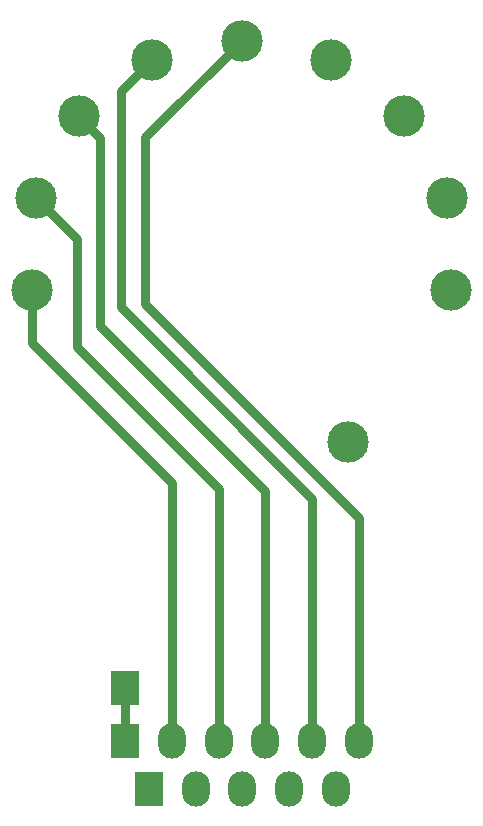
<source format=gbr>
G04 #@! TF.GenerationSoftware,KiCad,Pcbnew,(5.1.4)-1*
G04 #@! TF.CreationDate,2022-04-04T21:54:13-04:00*
G04 #@! TF.ProjectId,CR30 adapter,43523330-2061-4646-9170-7465722e6b69,rev?*
G04 #@! TF.SameCoordinates,Original*
G04 #@! TF.FileFunction,Copper,L1,Top*
G04 #@! TF.FilePolarity,Positive*
%FSLAX46Y46*%
G04 Gerber Fmt 4.6, Leading zero omitted, Abs format (unit mm)*
G04 Created by KiCad (PCBNEW (5.1.4)-1) date 2022-04-04 21:54:13*
%MOMM*%
%LPD*%
G04 APERTURE LIST*
%ADD10C,3.500000*%
%ADD11R,2.350000X3.000000*%
%ADD12O,2.350000X3.000000*%
%ADD13C,0.750000*%
G04 APERTURE END LIST*
D10*
X81350000Y-69595667D03*
X81689875Y-61811257D03*
X85287740Y-54899823D03*
X91469411Y-50156460D03*
X99076540Y-48470000D03*
X106683669Y-50156460D03*
X112865340Y-54899823D03*
X116463205Y-61811257D03*
X116803080Y-69595667D03*
X108076540Y-82470000D03*
D11*
X89220000Y-103320000D03*
X91230000Y-111810000D03*
D12*
X95190000Y-111810000D03*
X99150000Y-111810000D03*
X103110000Y-111810000D03*
X107070000Y-111810000D03*
D11*
X89220000Y-107810000D03*
D12*
X93180000Y-107810000D03*
X97140000Y-107810000D03*
X101100000Y-107810000D03*
X105060000Y-107810000D03*
X109020000Y-107810000D03*
D13*
X109020000Y-107810000D02*
X109020000Y-88900000D01*
X109020000Y-88900000D02*
X90900000Y-70780000D01*
X90900000Y-56646540D02*
X99076540Y-48470000D01*
X90900000Y-70780000D02*
X90900000Y-56646540D01*
X105060000Y-107810000D02*
X105060000Y-87270000D01*
X105060000Y-87270000D02*
X88840000Y-71050000D01*
X88840000Y-52785871D02*
X91469411Y-50156460D01*
X88840000Y-71050000D02*
X88840000Y-52785871D01*
X101100000Y-107810000D02*
X101100000Y-86650000D01*
X101100000Y-86650000D02*
X87100000Y-72650000D01*
X87100000Y-56712083D02*
X85287740Y-54899823D01*
X87100000Y-72650000D02*
X87100000Y-56712083D01*
X97140000Y-107810000D02*
X97140000Y-86450000D01*
X97140000Y-86450000D02*
X85140000Y-74450000D01*
X85140000Y-65261382D02*
X81689875Y-61811257D01*
X85140000Y-74450000D02*
X85140000Y-65261382D01*
X93180000Y-107810000D02*
X93180000Y-85900000D01*
X81350000Y-74070000D02*
X81350000Y-69595667D01*
X93180000Y-85900000D02*
X81350000Y-74070000D01*
X89220000Y-107810000D02*
X89220000Y-103320000D01*
M02*

</source>
